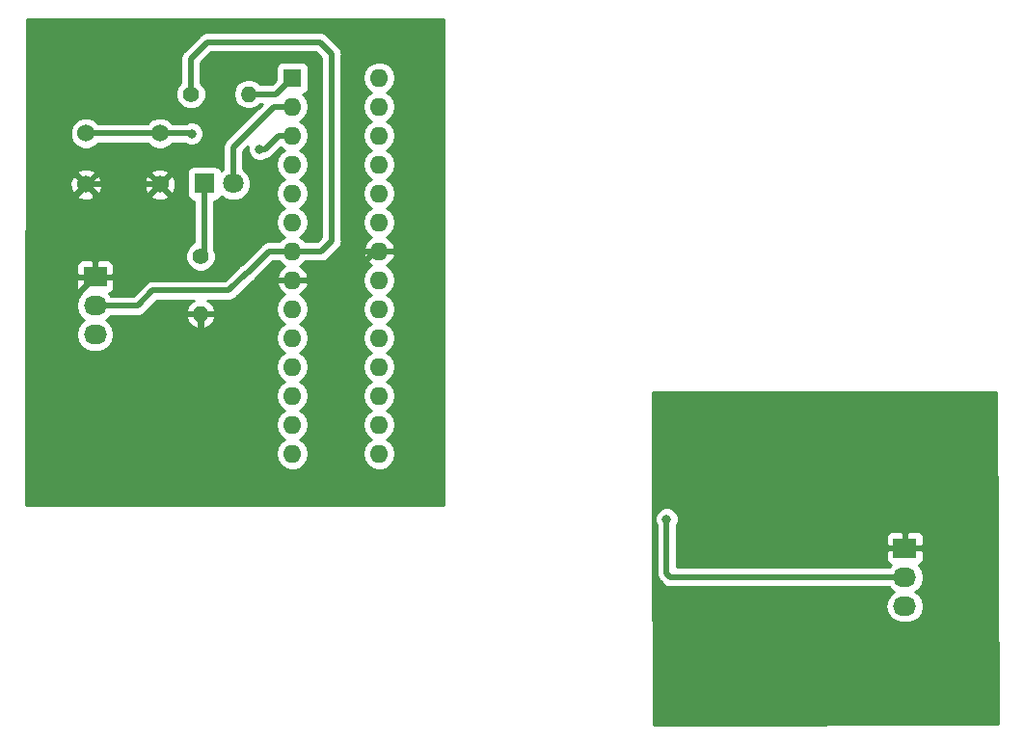
<source format=gbl>
%TF.GenerationSoftware,KiCad,Pcbnew,(5.0.0)*%
%TF.CreationDate,2018-10-04T13:43:41-06:00*%
%TF.ProjectId,contador,636F6E7461646F722E6B696361645F70,rev?*%
%TF.SameCoordinates,Original*%
%TF.FileFunction,Copper,L2,Bot,Signal*%
%TF.FilePolarity,Positive*%
%FSLAX46Y46*%
G04 Gerber Fmt 4.6, Leading zero omitted, Abs format (unit mm)*
G04 Created by KiCad (PCBNEW (5.0.0)) date 10/04/18 13:43:41*
%MOMM*%
%LPD*%
G01*
G04 APERTURE LIST*
%ADD10R,1.800000X1.800000*%
%ADD11C,1.800000*%
%ADD12R,2.030000X1.730000*%
%ADD13O,2.030000X1.730000*%
%ADD14O,1.400000X1.400000*%
%ADD15C,1.400000*%
%ADD16C,1.524000*%
%ADD17R,1.600000X1.600000*%
%ADD18O,1.600000X1.600000*%
%ADD19C,0.800000*%
%ADD20C,0.500000*%
%ADD21C,0.254000*%
G04 APERTURE END LIST*
D10*
X116900000Y-78950000D03*
D11*
X119440000Y-78950000D03*
D12*
X107300000Y-87150000D03*
D13*
X107300000Y-89690000D03*
X107300000Y-92230000D03*
X178400000Y-116080000D03*
X178400000Y-113540000D03*
D12*
X178400000Y-111000000D03*
D14*
X116575000Y-90430000D03*
D15*
X116575000Y-85350000D03*
X115700000Y-71100000D03*
D14*
X120780000Y-71100000D03*
D16*
X113000000Y-79050000D03*
X106500000Y-79050000D03*
X106500000Y-74550000D03*
X113000000Y-74550000D03*
D17*
X124625001Y-69675001D03*
D18*
X132245001Y-102695001D03*
X124625001Y-72215001D03*
X132245001Y-100155001D03*
X124625001Y-74755001D03*
X132245001Y-97615001D03*
X124625001Y-77295001D03*
X132245001Y-95075001D03*
X124625001Y-79835001D03*
X132245001Y-92535001D03*
X124625001Y-82375001D03*
X132245001Y-89995001D03*
X124625001Y-84915001D03*
X132245001Y-87455001D03*
X124625001Y-87455001D03*
X132245001Y-84915001D03*
X124625001Y-89995001D03*
X132245001Y-82375001D03*
X124625001Y-92535001D03*
X132245001Y-79835001D03*
X124625001Y-95075001D03*
X132245001Y-77295001D03*
X124625001Y-97615001D03*
X132245001Y-74755001D03*
X124625001Y-100155001D03*
X132245001Y-72215001D03*
X124625001Y-102695001D03*
X132245001Y-69675001D03*
D19*
X172900000Y-111250000D03*
X157500000Y-108450000D03*
X121750000Y-75925000D03*
X115800000Y-74575000D03*
D20*
X178400000Y-111000000D02*
X173150000Y-111000000D01*
X173150000Y-111000000D02*
X172900000Y-111250000D01*
X113000000Y-79050000D02*
X106500000Y-79050000D01*
X116575000Y-90430000D02*
X116575000Y-104375000D01*
X116575000Y-104375000D02*
X117250000Y-105050000D01*
X117250000Y-105050000D02*
X127050000Y-105050000D01*
X127050000Y-105050000D02*
X128000000Y-104100000D01*
X128000000Y-104100000D02*
X128000000Y-88775000D01*
X126680001Y-87455001D02*
X124625001Y-87455001D01*
X128000000Y-88775000D02*
X126680001Y-87455001D01*
X131859999Y-84915001D02*
X128000000Y-88775000D01*
X132245001Y-84915001D02*
X131859999Y-84915001D01*
X107300000Y-79850000D02*
X106500000Y-79050000D01*
X107300000Y-87150000D02*
X107300000Y-79850000D01*
X116575000Y-90430000D02*
X113920000Y-90430000D01*
X113920000Y-90430000D02*
X109200000Y-95150000D01*
X109200000Y-95150000D02*
X105800000Y-95150000D01*
X105800000Y-95150000D02*
X104525000Y-93875000D01*
X104525000Y-89925000D02*
X107300000Y-87150000D01*
X104525000Y-93875000D02*
X104525000Y-89925000D01*
X116900000Y-85025000D02*
X116575000Y-85350000D01*
X116900000Y-78950000D02*
X116900000Y-85025000D01*
X119440000Y-78950000D02*
X119440000Y-75760000D01*
X122984999Y-72215001D02*
X124625001Y-72215001D01*
X119440000Y-75760000D02*
X122984999Y-72215001D01*
X178400000Y-113540000D02*
X157790000Y-113540000D01*
X157790000Y-113540000D02*
X157500000Y-113250000D01*
X157500000Y-113250000D02*
X157500000Y-108450000D01*
X124625001Y-84915001D02*
X122559999Y-84915001D01*
X122559999Y-84915001D02*
X120700000Y-86775000D01*
X120700000Y-86775000D02*
X120625000Y-86775000D01*
X120625000Y-86775000D02*
X119050000Y-88350000D01*
X119050000Y-88350000D02*
X112375000Y-88350000D01*
X111035000Y-89690000D02*
X107300000Y-89690000D01*
X112375000Y-88350000D02*
X111035000Y-89690000D01*
X124625001Y-84915001D02*
X127184999Y-84915001D01*
X127184999Y-84915001D02*
X128075000Y-84025000D01*
X128075000Y-84025000D02*
X128075000Y-67575000D01*
X128075000Y-67575000D02*
X127050000Y-66550000D01*
X127050000Y-66550000D02*
X117150000Y-66550000D01*
X115700000Y-68000000D02*
X115700000Y-71100000D01*
X117150000Y-66550000D02*
X115700000Y-68000000D01*
X123200002Y-71100000D02*
X124625001Y-69675001D01*
X120780000Y-71100000D02*
X123200002Y-71100000D01*
X124625001Y-74755001D02*
X123394999Y-74755001D01*
X123394999Y-74755001D02*
X122225000Y-75925000D01*
X122225000Y-75925000D02*
X121750000Y-75925000D01*
X115775000Y-74550000D02*
X113000000Y-74550000D01*
X115800000Y-74575000D02*
X115775000Y-74550000D01*
X113000000Y-74550000D02*
X106500000Y-74550000D01*
D21*
G36*
X186622136Y-126423419D02*
X156376569Y-126522585D01*
X156314608Y-108244126D01*
X156465000Y-108244126D01*
X156465000Y-108655874D01*
X156615001Y-109018009D01*
X156615000Y-113162839D01*
X156597663Y-113250000D01*
X156615000Y-113337161D01*
X156615000Y-113337164D01*
X156666348Y-113595309D01*
X156861951Y-113888049D01*
X156935847Y-113937425D01*
X157102575Y-114104153D01*
X157151951Y-114178049D01*
X157444690Y-114373652D01*
X157702835Y-114425000D01*
X157702839Y-114425000D01*
X157790000Y-114442337D01*
X157877161Y-114425000D01*
X177037305Y-114425000D01*
X177168561Y-114621439D01*
X177450762Y-114810000D01*
X177168561Y-114998561D01*
X176837032Y-115494729D01*
X176720614Y-116080000D01*
X176837032Y-116665271D01*
X177168561Y-117161439D01*
X177664729Y-117492968D01*
X178102267Y-117580000D01*
X178697733Y-117580000D01*
X179135271Y-117492968D01*
X179631439Y-117161439D01*
X179962968Y-116665271D01*
X180079386Y-116080000D01*
X179962968Y-115494729D01*
X179631439Y-114998561D01*
X179349238Y-114810000D01*
X179631439Y-114621439D01*
X179962968Y-114125271D01*
X180079386Y-113540000D01*
X179962968Y-112954729D01*
X179633588Y-112461777D01*
X179774698Y-112403327D01*
X179953327Y-112224699D01*
X180050000Y-111991310D01*
X180050000Y-111285750D01*
X179891250Y-111127000D01*
X178527000Y-111127000D01*
X178527000Y-111147000D01*
X178273000Y-111147000D01*
X178273000Y-111127000D01*
X176908750Y-111127000D01*
X176750000Y-111285750D01*
X176750000Y-111991310D01*
X176846673Y-112224699D01*
X177025302Y-112403327D01*
X177166412Y-112461777D01*
X177037305Y-112655000D01*
X158385000Y-112655000D01*
X158385000Y-110008690D01*
X176750000Y-110008690D01*
X176750000Y-110714250D01*
X176908750Y-110873000D01*
X178273000Y-110873000D01*
X178273000Y-109658750D01*
X178527000Y-109658750D01*
X178527000Y-110873000D01*
X179891250Y-110873000D01*
X180050000Y-110714250D01*
X180050000Y-110008690D01*
X179953327Y-109775301D01*
X179774698Y-109596673D01*
X179541309Y-109500000D01*
X178685750Y-109500000D01*
X178527000Y-109658750D01*
X178273000Y-109658750D01*
X178114250Y-109500000D01*
X177258691Y-109500000D01*
X177025302Y-109596673D01*
X176846673Y-109775301D01*
X176750000Y-110008690D01*
X158385000Y-110008690D01*
X158385000Y-109018007D01*
X158535000Y-108655874D01*
X158535000Y-108244126D01*
X158377431Y-107863720D01*
X158086280Y-107572569D01*
X157705874Y-107415000D01*
X157294126Y-107415000D01*
X156913720Y-107572569D01*
X156622569Y-107863720D01*
X156465000Y-108244126D01*
X156314608Y-108244126D01*
X156277431Y-97277000D01*
X186423861Y-97277000D01*
X186622136Y-126423419D01*
X186622136Y-126423419D01*
G37*
X186622136Y-126423419D02*
X156376569Y-126522585D01*
X156314608Y-108244126D01*
X156465000Y-108244126D01*
X156465000Y-108655874D01*
X156615001Y-109018009D01*
X156615000Y-113162839D01*
X156597663Y-113250000D01*
X156615000Y-113337161D01*
X156615000Y-113337164D01*
X156666348Y-113595309D01*
X156861951Y-113888049D01*
X156935847Y-113937425D01*
X157102575Y-114104153D01*
X157151951Y-114178049D01*
X157444690Y-114373652D01*
X157702835Y-114425000D01*
X157702839Y-114425000D01*
X157790000Y-114442337D01*
X157877161Y-114425000D01*
X177037305Y-114425000D01*
X177168561Y-114621439D01*
X177450762Y-114810000D01*
X177168561Y-114998561D01*
X176837032Y-115494729D01*
X176720614Y-116080000D01*
X176837032Y-116665271D01*
X177168561Y-117161439D01*
X177664729Y-117492968D01*
X178102267Y-117580000D01*
X178697733Y-117580000D01*
X179135271Y-117492968D01*
X179631439Y-117161439D01*
X179962968Y-116665271D01*
X180079386Y-116080000D01*
X179962968Y-115494729D01*
X179631439Y-114998561D01*
X179349238Y-114810000D01*
X179631439Y-114621439D01*
X179962968Y-114125271D01*
X180079386Y-113540000D01*
X179962968Y-112954729D01*
X179633588Y-112461777D01*
X179774698Y-112403327D01*
X179953327Y-112224699D01*
X180050000Y-111991310D01*
X180050000Y-111285750D01*
X179891250Y-111127000D01*
X178527000Y-111127000D01*
X178527000Y-111147000D01*
X178273000Y-111147000D01*
X178273000Y-111127000D01*
X176908750Y-111127000D01*
X176750000Y-111285750D01*
X176750000Y-111991310D01*
X176846673Y-112224699D01*
X177025302Y-112403327D01*
X177166412Y-112461777D01*
X177037305Y-112655000D01*
X158385000Y-112655000D01*
X158385000Y-110008690D01*
X176750000Y-110008690D01*
X176750000Y-110714250D01*
X176908750Y-110873000D01*
X178273000Y-110873000D01*
X178273000Y-109658750D01*
X178527000Y-109658750D01*
X178527000Y-110873000D01*
X179891250Y-110873000D01*
X180050000Y-110714250D01*
X180050000Y-110008690D01*
X179953327Y-109775301D01*
X179774698Y-109596673D01*
X179541309Y-109500000D01*
X178685750Y-109500000D01*
X178527000Y-109658750D01*
X178273000Y-109658750D01*
X178114250Y-109500000D01*
X177258691Y-109500000D01*
X177025302Y-109596673D01*
X176846673Y-109775301D01*
X176750000Y-110008690D01*
X158385000Y-110008690D01*
X158385000Y-109018007D01*
X158535000Y-108655874D01*
X158535000Y-108244126D01*
X158377431Y-107863720D01*
X158086280Y-107572569D01*
X157705874Y-107415000D01*
X157294126Y-107415000D01*
X156913720Y-107572569D01*
X156622569Y-107863720D01*
X156465000Y-108244126D01*
X156314608Y-108244126D01*
X156277431Y-97277000D01*
X186423861Y-97277000D01*
X186622136Y-126423419D01*
G36*
X137873000Y-107248000D02*
X101227296Y-107248000D01*
X101268152Y-89690000D01*
X105620614Y-89690000D01*
X105737032Y-90275271D01*
X106068561Y-90771439D01*
X106350762Y-90960000D01*
X106068561Y-91148561D01*
X105737032Y-91644729D01*
X105620614Y-92230000D01*
X105737032Y-92815271D01*
X106068561Y-93311439D01*
X106564729Y-93642968D01*
X107002267Y-93730000D01*
X107597733Y-93730000D01*
X108035271Y-93642968D01*
X108531439Y-93311439D01*
X108862968Y-92815271D01*
X108979386Y-92230000D01*
X108862968Y-91644729D01*
X108531439Y-91148561D01*
X108249238Y-90960000D01*
X108531439Y-90771439D01*
X108536856Y-90763331D01*
X115282273Y-90763331D01*
X115508236Y-91232663D01*
X115896604Y-91579797D01*
X116241671Y-91722716D01*
X116448000Y-91599374D01*
X116448000Y-90557000D01*
X116702000Y-90557000D01*
X116702000Y-91599374D01*
X116908329Y-91722716D01*
X117253396Y-91579797D01*
X117641764Y-91232663D01*
X117867727Y-90763331D01*
X117745206Y-90557000D01*
X116702000Y-90557000D01*
X116448000Y-90557000D01*
X115404794Y-90557000D01*
X115282273Y-90763331D01*
X108536856Y-90763331D01*
X108662695Y-90575000D01*
X110947839Y-90575000D01*
X111035000Y-90592337D01*
X111122161Y-90575000D01*
X111122165Y-90575000D01*
X111380310Y-90523652D01*
X111673049Y-90328049D01*
X111722425Y-90254153D01*
X112741579Y-89235000D01*
X116005743Y-89235000D01*
X115896604Y-89280203D01*
X115508236Y-89627337D01*
X115282273Y-90096669D01*
X115404794Y-90303000D01*
X116448000Y-90303000D01*
X116448000Y-90283000D01*
X116702000Y-90283000D01*
X116702000Y-90303000D01*
X117745206Y-90303000D01*
X117867727Y-90096669D01*
X117818779Y-89995001D01*
X123161888Y-89995001D01*
X123273261Y-90554910D01*
X123590424Y-91029578D01*
X123942759Y-91265001D01*
X123590424Y-91500424D01*
X123273261Y-91975092D01*
X123161888Y-92535001D01*
X123273261Y-93094910D01*
X123590424Y-93569578D01*
X123942759Y-93805001D01*
X123590424Y-94040424D01*
X123273261Y-94515092D01*
X123161888Y-95075001D01*
X123273261Y-95634910D01*
X123590424Y-96109578D01*
X123942759Y-96345001D01*
X123590424Y-96580424D01*
X123273261Y-97055092D01*
X123161888Y-97615001D01*
X123273261Y-98174910D01*
X123590424Y-98649578D01*
X123942759Y-98885001D01*
X123590424Y-99120424D01*
X123273261Y-99595092D01*
X123161888Y-100155001D01*
X123273261Y-100714910D01*
X123590424Y-101189578D01*
X123942759Y-101425001D01*
X123590424Y-101660424D01*
X123273261Y-102135092D01*
X123161888Y-102695001D01*
X123273261Y-103254910D01*
X123590424Y-103729578D01*
X124065092Y-104046741D01*
X124483668Y-104130001D01*
X124766334Y-104130001D01*
X125184910Y-104046741D01*
X125659578Y-103729578D01*
X125976741Y-103254910D01*
X126088114Y-102695001D01*
X125976741Y-102135092D01*
X125659578Y-101660424D01*
X125307243Y-101425001D01*
X125659578Y-101189578D01*
X125976741Y-100714910D01*
X126088114Y-100155001D01*
X125976741Y-99595092D01*
X125659578Y-99120424D01*
X125307243Y-98885001D01*
X125659578Y-98649578D01*
X125976741Y-98174910D01*
X126088114Y-97615001D01*
X125976741Y-97055092D01*
X125659578Y-96580424D01*
X125307243Y-96345001D01*
X125659578Y-96109578D01*
X125976741Y-95634910D01*
X126088114Y-95075001D01*
X125976741Y-94515092D01*
X125659578Y-94040424D01*
X125307243Y-93805001D01*
X125659578Y-93569578D01*
X125976741Y-93094910D01*
X126088114Y-92535001D01*
X125976741Y-91975092D01*
X125659578Y-91500424D01*
X125307243Y-91265001D01*
X125659578Y-91029578D01*
X125976741Y-90554910D01*
X126088114Y-89995001D01*
X125976741Y-89435092D01*
X125659578Y-88960424D01*
X125275893Y-88704054D01*
X125480135Y-88607390D01*
X125856042Y-88192424D01*
X126016905Y-87804040D01*
X125894916Y-87582001D01*
X124752001Y-87582001D01*
X124752001Y-87602001D01*
X124498001Y-87602001D01*
X124498001Y-87582001D01*
X123355086Y-87582001D01*
X123233097Y-87804040D01*
X123393960Y-88192424D01*
X123769867Y-88607390D01*
X123974109Y-88704054D01*
X123590424Y-88960424D01*
X123273261Y-89435092D01*
X123161888Y-89995001D01*
X117818779Y-89995001D01*
X117641764Y-89627337D01*
X117253396Y-89280203D01*
X117144257Y-89235000D01*
X118962839Y-89235000D01*
X119050000Y-89252337D01*
X119137161Y-89235000D01*
X119137165Y-89235000D01*
X119395310Y-89183652D01*
X119688049Y-88988049D01*
X119737425Y-88914153D01*
X121042335Y-87609244D01*
X121045310Y-87608652D01*
X121275263Y-87455001D01*
X130781888Y-87455001D01*
X130893261Y-88014910D01*
X131210424Y-88489578D01*
X131562759Y-88725001D01*
X131210424Y-88960424D01*
X130893261Y-89435092D01*
X130781888Y-89995001D01*
X130893261Y-90554910D01*
X131210424Y-91029578D01*
X131562759Y-91265001D01*
X131210424Y-91500424D01*
X130893261Y-91975092D01*
X130781888Y-92535001D01*
X130893261Y-93094910D01*
X131210424Y-93569578D01*
X131562759Y-93805001D01*
X131210424Y-94040424D01*
X130893261Y-94515092D01*
X130781888Y-95075001D01*
X130893261Y-95634910D01*
X131210424Y-96109578D01*
X131562759Y-96345001D01*
X131210424Y-96580424D01*
X130893261Y-97055092D01*
X130781888Y-97615001D01*
X130893261Y-98174910D01*
X131210424Y-98649578D01*
X131562759Y-98885001D01*
X131210424Y-99120424D01*
X130893261Y-99595092D01*
X130781888Y-100155001D01*
X130893261Y-100714910D01*
X131210424Y-101189578D01*
X131562759Y-101425001D01*
X131210424Y-101660424D01*
X130893261Y-102135092D01*
X130781888Y-102695001D01*
X130893261Y-103254910D01*
X131210424Y-103729578D01*
X131685092Y-104046741D01*
X132103668Y-104130001D01*
X132386334Y-104130001D01*
X132804910Y-104046741D01*
X133279578Y-103729578D01*
X133596741Y-103254910D01*
X133708114Y-102695001D01*
X133596741Y-102135092D01*
X133279578Y-101660424D01*
X132927243Y-101425001D01*
X133279578Y-101189578D01*
X133596741Y-100714910D01*
X133708114Y-100155001D01*
X133596741Y-99595092D01*
X133279578Y-99120424D01*
X132927243Y-98885001D01*
X133279578Y-98649578D01*
X133596741Y-98174910D01*
X133708114Y-97615001D01*
X133596741Y-97055092D01*
X133279578Y-96580424D01*
X132927243Y-96345001D01*
X133279578Y-96109578D01*
X133596741Y-95634910D01*
X133708114Y-95075001D01*
X133596741Y-94515092D01*
X133279578Y-94040424D01*
X132927243Y-93805001D01*
X133279578Y-93569578D01*
X133596741Y-93094910D01*
X133708114Y-92535001D01*
X133596741Y-91975092D01*
X133279578Y-91500424D01*
X132927243Y-91265001D01*
X133279578Y-91029578D01*
X133596741Y-90554910D01*
X133708114Y-89995001D01*
X133596741Y-89435092D01*
X133279578Y-88960424D01*
X132927243Y-88725001D01*
X133279578Y-88489578D01*
X133596741Y-88014910D01*
X133708114Y-87455001D01*
X133596741Y-86895092D01*
X133279578Y-86420424D01*
X132895893Y-86164054D01*
X133100135Y-86067390D01*
X133476042Y-85652424D01*
X133636905Y-85264040D01*
X133514916Y-85042001D01*
X132372001Y-85042001D01*
X132372001Y-85062001D01*
X132118001Y-85062001D01*
X132118001Y-85042001D01*
X130975086Y-85042001D01*
X130853097Y-85264040D01*
X131013960Y-85652424D01*
X131389867Y-86067390D01*
X131594109Y-86164054D01*
X131210424Y-86420424D01*
X130893261Y-86895092D01*
X130781888Y-87455001D01*
X121275263Y-87455001D01*
X121338049Y-87413049D01*
X121387425Y-87339153D01*
X122926578Y-85800001D01*
X123490480Y-85800001D01*
X123590424Y-85949578D01*
X123974109Y-86205948D01*
X123769867Y-86302612D01*
X123393960Y-86717578D01*
X123233097Y-87105962D01*
X123355086Y-87328001D01*
X124498001Y-87328001D01*
X124498001Y-87308001D01*
X124752001Y-87308001D01*
X124752001Y-87328001D01*
X125894916Y-87328001D01*
X126016905Y-87105962D01*
X125856042Y-86717578D01*
X125480135Y-86302612D01*
X125275893Y-86205948D01*
X125659578Y-85949578D01*
X125759522Y-85800001D01*
X127097838Y-85800001D01*
X127184999Y-85817338D01*
X127272160Y-85800001D01*
X127272164Y-85800001D01*
X127530309Y-85748653D01*
X127823048Y-85553050D01*
X127872424Y-85479154D01*
X128639156Y-84712423D01*
X128713049Y-84663049D01*
X128775429Y-84569692D01*
X128836615Y-84478120D01*
X128908652Y-84370310D01*
X128960000Y-84112165D01*
X128960000Y-84112161D01*
X128977337Y-84025001D01*
X128960000Y-83937841D01*
X128960000Y-69675001D01*
X130781888Y-69675001D01*
X130893261Y-70234910D01*
X131210424Y-70709578D01*
X131562759Y-70945001D01*
X131210424Y-71180424D01*
X130893261Y-71655092D01*
X130781888Y-72215001D01*
X130893261Y-72774910D01*
X131210424Y-73249578D01*
X131562759Y-73485001D01*
X131210424Y-73720424D01*
X130893261Y-74195092D01*
X130781888Y-74755001D01*
X130893261Y-75314910D01*
X131210424Y-75789578D01*
X131562759Y-76025001D01*
X131210424Y-76260424D01*
X130893261Y-76735092D01*
X130781888Y-77295001D01*
X130893261Y-77854910D01*
X131210424Y-78329578D01*
X131562759Y-78565001D01*
X131210424Y-78800424D01*
X130893261Y-79275092D01*
X130781888Y-79835001D01*
X130893261Y-80394910D01*
X131210424Y-80869578D01*
X131562759Y-81105001D01*
X131210424Y-81340424D01*
X130893261Y-81815092D01*
X130781888Y-82375001D01*
X130893261Y-82934910D01*
X131210424Y-83409578D01*
X131594109Y-83665948D01*
X131389867Y-83762612D01*
X131013960Y-84177578D01*
X130853097Y-84565962D01*
X130975086Y-84788001D01*
X132118001Y-84788001D01*
X132118001Y-84768001D01*
X132372001Y-84768001D01*
X132372001Y-84788001D01*
X133514916Y-84788001D01*
X133636905Y-84565962D01*
X133476042Y-84177578D01*
X133100135Y-83762612D01*
X132895893Y-83665948D01*
X133279578Y-83409578D01*
X133596741Y-82934910D01*
X133708114Y-82375001D01*
X133596741Y-81815092D01*
X133279578Y-81340424D01*
X132927243Y-81105001D01*
X133279578Y-80869578D01*
X133596741Y-80394910D01*
X133708114Y-79835001D01*
X133596741Y-79275092D01*
X133279578Y-78800424D01*
X132927243Y-78565001D01*
X133279578Y-78329578D01*
X133596741Y-77854910D01*
X133708114Y-77295001D01*
X133596741Y-76735092D01*
X133279578Y-76260424D01*
X132927243Y-76025001D01*
X133279578Y-75789578D01*
X133596741Y-75314910D01*
X133708114Y-74755001D01*
X133596741Y-74195092D01*
X133279578Y-73720424D01*
X132927243Y-73485001D01*
X133279578Y-73249578D01*
X133596741Y-72774910D01*
X133708114Y-72215001D01*
X133596741Y-71655092D01*
X133279578Y-71180424D01*
X132927243Y-70945001D01*
X133279578Y-70709578D01*
X133596741Y-70234910D01*
X133708114Y-69675001D01*
X133596741Y-69115092D01*
X133279578Y-68640424D01*
X132804910Y-68323261D01*
X132386334Y-68240001D01*
X132103668Y-68240001D01*
X131685092Y-68323261D01*
X131210424Y-68640424D01*
X130893261Y-69115092D01*
X130781888Y-69675001D01*
X128960000Y-69675001D01*
X128960000Y-67662161D01*
X128977337Y-67575000D01*
X128960000Y-67487839D01*
X128960000Y-67487835D01*
X128908652Y-67229690D01*
X128713049Y-66936951D01*
X128639156Y-66887577D01*
X127737425Y-65985847D01*
X127688049Y-65911951D01*
X127395310Y-65716348D01*
X127137165Y-65665000D01*
X127137161Y-65665000D01*
X127050000Y-65647663D01*
X126962839Y-65665000D01*
X117237161Y-65665000D01*
X117150000Y-65647663D01*
X117062839Y-65665000D01*
X117062835Y-65665000D01*
X116804690Y-65716348D01*
X116585845Y-65862576D01*
X116585844Y-65862577D01*
X116511951Y-65911951D01*
X116462577Y-65985844D01*
X115135847Y-67312575D01*
X115061951Y-67361951D01*
X114866348Y-67654691D01*
X114815000Y-67912836D01*
X114815000Y-67912839D01*
X114797663Y-68000000D01*
X114815000Y-68087161D01*
X114815001Y-70097024D01*
X114568242Y-70343783D01*
X114365000Y-70834452D01*
X114365000Y-71365548D01*
X114568242Y-71856217D01*
X114943783Y-72231758D01*
X115434452Y-72435000D01*
X115965548Y-72435000D01*
X116456217Y-72231758D01*
X116831758Y-71856217D01*
X117035000Y-71365548D01*
X117035000Y-70834452D01*
X116831758Y-70343783D01*
X116585000Y-70097025D01*
X116585000Y-68366578D01*
X117516579Y-67435000D01*
X126683422Y-67435000D01*
X127190001Y-67941580D01*
X127190000Y-83658421D01*
X126818421Y-84030001D01*
X125759522Y-84030001D01*
X125659578Y-83880424D01*
X125307243Y-83645001D01*
X125659578Y-83409578D01*
X125976741Y-82934910D01*
X126088114Y-82375001D01*
X125976741Y-81815092D01*
X125659578Y-81340424D01*
X125307243Y-81105001D01*
X125659578Y-80869578D01*
X125976741Y-80394910D01*
X126088114Y-79835001D01*
X125976741Y-79275092D01*
X125659578Y-78800424D01*
X125307243Y-78565001D01*
X125659578Y-78329578D01*
X125976741Y-77854910D01*
X126088114Y-77295001D01*
X125976741Y-76735092D01*
X125659578Y-76260424D01*
X125307243Y-76025001D01*
X125659578Y-75789578D01*
X125976741Y-75314910D01*
X126088114Y-74755001D01*
X125976741Y-74195092D01*
X125659578Y-73720424D01*
X125307243Y-73485001D01*
X125659578Y-73249578D01*
X125976741Y-72774910D01*
X126088114Y-72215001D01*
X125976741Y-71655092D01*
X125659578Y-71180424D01*
X125538895Y-71099786D01*
X125672766Y-71073158D01*
X125882810Y-70932810D01*
X126023158Y-70722766D01*
X126072441Y-70475001D01*
X126072441Y-68875001D01*
X126023158Y-68627236D01*
X125882810Y-68417192D01*
X125672766Y-68276844D01*
X125425001Y-68227561D01*
X123825001Y-68227561D01*
X123577236Y-68276844D01*
X123367192Y-68417192D01*
X123226844Y-68627236D01*
X123177561Y-68875001D01*
X123177561Y-69870863D01*
X122833424Y-70215000D01*
X121794252Y-70215000D01*
X121742481Y-70137519D01*
X121300891Y-69842458D01*
X120911485Y-69765000D01*
X120648515Y-69765000D01*
X120259109Y-69842458D01*
X119817519Y-70137519D01*
X119522458Y-70579109D01*
X119418846Y-71100000D01*
X119522458Y-71620891D01*
X119817519Y-72062481D01*
X120259109Y-72357542D01*
X120648515Y-72435000D01*
X120911485Y-72435000D01*
X121300891Y-72357542D01*
X121742481Y-72062481D01*
X121794252Y-71985000D01*
X121963421Y-71985000D01*
X118875845Y-75072577D01*
X118801952Y-75121951D01*
X118752578Y-75195844D01*
X118752576Y-75195846D01*
X118606348Y-75414691D01*
X118537663Y-75760000D01*
X118555001Y-75847165D01*
X118555000Y-77664183D01*
X118401275Y-77817908D01*
X118398157Y-77802235D01*
X118257809Y-77592191D01*
X118047765Y-77451843D01*
X117800000Y-77402560D01*
X116000000Y-77402560D01*
X115752235Y-77451843D01*
X115542191Y-77592191D01*
X115401843Y-77802235D01*
X115352560Y-78050000D01*
X115352560Y-79850000D01*
X115401843Y-80097765D01*
X115542191Y-80307809D01*
X115752235Y-80448157D01*
X116000000Y-80497440D01*
X116015000Y-80497440D01*
X116015001Y-84136966D01*
X115818783Y-84218242D01*
X115443242Y-84593783D01*
X115240000Y-85084452D01*
X115240000Y-85615548D01*
X115443242Y-86106217D01*
X115818783Y-86481758D01*
X116309452Y-86685000D01*
X116840548Y-86685000D01*
X117331217Y-86481758D01*
X117706758Y-86106217D01*
X117910000Y-85615548D01*
X117910000Y-85084452D01*
X117785000Y-84782676D01*
X117785000Y-80497440D01*
X117800000Y-80497440D01*
X118047765Y-80448157D01*
X118257809Y-80307809D01*
X118398157Y-80097765D01*
X118401275Y-80082092D01*
X118570493Y-80251310D01*
X119134670Y-80485000D01*
X119745330Y-80485000D01*
X120309507Y-80251310D01*
X120741310Y-79819507D01*
X120975000Y-79255330D01*
X120975000Y-78644670D01*
X120741310Y-78080493D01*
X120325000Y-77664183D01*
X120325000Y-76126578D01*
X120715000Y-75736578D01*
X120715000Y-76130874D01*
X120872569Y-76511280D01*
X121163720Y-76802431D01*
X121544126Y-76960000D01*
X121955874Y-76960000D01*
X122323404Y-76807764D01*
X122570310Y-76758652D01*
X122863049Y-76563049D01*
X122912425Y-76489153D01*
X123603358Y-75798220D01*
X123942759Y-76025001D01*
X123590424Y-76260424D01*
X123273261Y-76735092D01*
X123161888Y-77295001D01*
X123273261Y-77854910D01*
X123590424Y-78329578D01*
X123942759Y-78565001D01*
X123590424Y-78800424D01*
X123273261Y-79275092D01*
X123161888Y-79835001D01*
X123273261Y-80394910D01*
X123590424Y-80869578D01*
X123942759Y-81105001D01*
X123590424Y-81340424D01*
X123273261Y-81815092D01*
X123161888Y-82375001D01*
X123273261Y-82934910D01*
X123590424Y-83409578D01*
X123942759Y-83645001D01*
X123590424Y-83880424D01*
X123490480Y-84030001D01*
X122647160Y-84030001D01*
X122559999Y-84012664D01*
X122472838Y-84030001D01*
X122472834Y-84030001D01*
X122214689Y-84081349D01*
X121995844Y-84227577D01*
X121995843Y-84227578D01*
X121921950Y-84276952D01*
X121872576Y-84350845D01*
X120282666Y-85940756D01*
X120279690Y-85941348D01*
X120171880Y-86013385D01*
X120060845Y-86087576D01*
X120060844Y-86087577D01*
X119986951Y-86136951D01*
X119937577Y-86210844D01*
X118683422Y-87465000D01*
X112462159Y-87465000D01*
X112374999Y-87447663D01*
X112287839Y-87465000D01*
X112287835Y-87465000D01*
X112029690Y-87516348D01*
X112029688Y-87516349D01*
X112029689Y-87516349D01*
X111810845Y-87662576D01*
X111810844Y-87662577D01*
X111736951Y-87711951D01*
X111687577Y-87785844D01*
X110668422Y-88805000D01*
X108662695Y-88805000D01*
X108533588Y-88611777D01*
X108674698Y-88553327D01*
X108853327Y-88374699D01*
X108950000Y-88141310D01*
X108950000Y-87435750D01*
X108791250Y-87277000D01*
X107427000Y-87277000D01*
X107427000Y-87297000D01*
X107173000Y-87297000D01*
X107173000Y-87277000D01*
X105808750Y-87277000D01*
X105650000Y-87435750D01*
X105650000Y-88141310D01*
X105746673Y-88374699D01*
X105925302Y-88553327D01*
X106066412Y-88611777D01*
X105737032Y-89104729D01*
X105620614Y-89690000D01*
X101268152Y-89690000D01*
X101276369Y-86158690D01*
X105650000Y-86158690D01*
X105650000Y-86864250D01*
X105808750Y-87023000D01*
X107173000Y-87023000D01*
X107173000Y-85808750D01*
X107427000Y-85808750D01*
X107427000Y-87023000D01*
X108791250Y-87023000D01*
X108950000Y-86864250D01*
X108950000Y-86158690D01*
X108853327Y-85925301D01*
X108674698Y-85746673D01*
X108441309Y-85650000D01*
X107585750Y-85650000D01*
X107427000Y-85808750D01*
X107173000Y-85808750D01*
X107014250Y-85650000D01*
X106158691Y-85650000D01*
X105925302Y-85746673D01*
X105746673Y-85925301D01*
X105650000Y-86158690D01*
X101276369Y-86158690D01*
X101290629Y-80030213D01*
X105699392Y-80030213D01*
X105768857Y-80272397D01*
X106292302Y-80459144D01*
X106847368Y-80431362D01*
X107231143Y-80272397D01*
X107300608Y-80030213D01*
X112199392Y-80030213D01*
X112268857Y-80272397D01*
X112792302Y-80459144D01*
X113347368Y-80431362D01*
X113731143Y-80272397D01*
X113800608Y-80030213D01*
X113000000Y-79229605D01*
X112199392Y-80030213D01*
X107300608Y-80030213D01*
X106500000Y-79229605D01*
X105699392Y-80030213D01*
X101290629Y-80030213D01*
X101293394Y-78842302D01*
X105090856Y-78842302D01*
X105118638Y-79397368D01*
X105277603Y-79781143D01*
X105519787Y-79850608D01*
X106320395Y-79050000D01*
X106679605Y-79050000D01*
X107480213Y-79850608D01*
X107722397Y-79781143D01*
X107909144Y-79257698D01*
X107888353Y-78842302D01*
X111590856Y-78842302D01*
X111618638Y-79397368D01*
X111777603Y-79781143D01*
X112019787Y-79850608D01*
X112820395Y-79050000D01*
X113179605Y-79050000D01*
X113980213Y-79850608D01*
X114222397Y-79781143D01*
X114409144Y-79257698D01*
X114381362Y-78702632D01*
X114222397Y-78318857D01*
X113980213Y-78249392D01*
X113179605Y-79050000D01*
X112820395Y-79050000D01*
X112019787Y-78249392D01*
X111777603Y-78318857D01*
X111590856Y-78842302D01*
X107888353Y-78842302D01*
X107881362Y-78702632D01*
X107722397Y-78318857D01*
X107480213Y-78249392D01*
X106679605Y-79050000D01*
X106320395Y-79050000D01*
X105519787Y-78249392D01*
X105277603Y-78318857D01*
X105090856Y-78842302D01*
X101293394Y-78842302D01*
X101295191Y-78069787D01*
X105699392Y-78069787D01*
X106500000Y-78870395D01*
X107300608Y-78069787D01*
X112199392Y-78069787D01*
X113000000Y-78870395D01*
X113800608Y-78069787D01*
X113731143Y-77827603D01*
X113207698Y-77640856D01*
X112652632Y-77668638D01*
X112268857Y-77827603D01*
X112199392Y-78069787D01*
X107300608Y-78069787D01*
X107231143Y-77827603D01*
X106707698Y-77640856D01*
X106152632Y-77668638D01*
X105768857Y-77827603D01*
X105699392Y-78069787D01*
X101295191Y-78069787D01*
X101304028Y-74272119D01*
X105103000Y-74272119D01*
X105103000Y-74827881D01*
X105315680Y-75341337D01*
X105708663Y-75734320D01*
X106222119Y-75947000D01*
X106777881Y-75947000D01*
X107291337Y-75734320D01*
X107590657Y-75435000D01*
X111909343Y-75435000D01*
X112208663Y-75734320D01*
X112722119Y-75947000D01*
X113277881Y-75947000D01*
X113791337Y-75734320D01*
X114090657Y-75435000D01*
X115196289Y-75435000D01*
X115213720Y-75452431D01*
X115594126Y-75610000D01*
X116005874Y-75610000D01*
X116386280Y-75452431D01*
X116677431Y-75161280D01*
X116835000Y-74780874D01*
X116835000Y-74369126D01*
X116677431Y-73988720D01*
X116386280Y-73697569D01*
X116005874Y-73540000D01*
X115594126Y-73540000D01*
X115292349Y-73665000D01*
X114090657Y-73665000D01*
X113791337Y-73365680D01*
X113277881Y-73153000D01*
X112722119Y-73153000D01*
X112208663Y-73365680D01*
X111909343Y-73665000D01*
X107590657Y-73665000D01*
X107291337Y-73365680D01*
X106777881Y-73153000D01*
X106222119Y-73153000D01*
X105708663Y-73365680D01*
X105315680Y-73758663D01*
X105103000Y-74272119D01*
X101304028Y-74272119D01*
X101326705Y-64527000D01*
X137873000Y-64527000D01*
X137873000Y-107248000D01*
X137873000Y-107248000D01*
G37*
X137873000Y-107248000D02*
X101227296Y-107248000D01*
X101268152Y-89690000D01*
X105620614Y-89690000D01*
X105737032Y-90275271D01*
X106068561Y-90771439D01*
X106350762Y-90960000D01*
X106068561Y-91148561D01*
X105737032Y-91644729D01*
X105620614Y-92230000D01*
X105737032Y-92815271D01*
X106068561Y-93311439D01*
X106564729Y-93642968D01*
X107002267Y-93730000D01*
X107597733Y-93730000D01*
X108035271Y-93642968D01*
X108531439Y-93311439D01*
X108862968Y-92815271D01*
X108979386Y-92230000D01*
X108862968Y-91644729D01*
X108531439Y-91148561D01*
X108249238Y-90960000D01*
X108531439Y-90771439D01*
X108536856Y-90763331D01*
X115282273Y-90763331D01*
X115508236Y-91232663D01*
X115896604Y-91579797D01*
X116241671Y-91722716D01*
X116448000Y-91599374D01*
X116448000Y-90557000D01*
X116702000Y-90557000D01*
X116702000Y-91599374D01*
X116908329Y-91722716D01*
X117253396Y-91579797D01*
X117641764Y-91232663D01*
X117867727Y-90763331D01*
X117745206Y-90557000D01*
X116702000Y-90557000D01*
X116448000Y-90557000D01*
X115404794Y-90557000D01*
X115282273Y-90763331D01*
X108536856Y-90763331D01*
X108662695Y-90575000D01*
X110947839Y-90575000D01*
X111035000Y-90592337D01*
X111122161Y-90575000D01*
X111122165Y-90575000D01*
X111380310Y-90523652D01*
X111673049Y-90328049D01*
X111722425Y-90254153D01*
X112741579Y-89235000D01*
X116005743Y-89235000D01*
X115896604Y-89280203D01*
X115508236Y-89627337D01*
X115282273Y-90096669D01*
X115404794Y-90303000D01*
X116448000Y-90303000D01*
X116448000Y-90283000D01*
X116702000Y-90283000D01*
X116702000Y-90303000D01*
X117745206Y-90303000D01*
X117867727Y-90096669D01*
X117818779Y-89995001D01*
X123161888Y-89995001D01*
X123273261Y-90554910D01*
X123590424Y-91029578D01*
X123942759Y-91265001D01*
X123590424Y-91500424D01*
X123273261Y-91975092D01*
X123161888Y-92535001D01*
X123273261Y-93094910D01*
X123590424Y-93569578D01*
X123942759Y-93805001D01*
X123590424Y-94040424D01*
X123273261Y-94515092D01*
X123161888Y-95075001D01*
X123273261Y-95634910D01*
X123590424Y-96109578D01*
X123942759Y-96345001D01*
X123590424Y-96580424D01*
X123273261Y-97055092D01*
X123161888Y-97615001D01*
X123273261Y-98174910D01*
X123590424Y-98649578D01*
X123942759Y-98885001D01*
X123590424Y-99120424D01*
X123273261Y-99595092D01*
X123161888Y-100155001D01*
X123273261Y-100714910D01*
X123590424Y-101189578D01*
X123942759Y-101425001D01*
X123590424Y-101660424D01*
X123273261Y-102135092D01*
X123161888Y-102695001D01*
X123273261Y-103254910D01*
X123590424Y-103729578D01*
X124065092Y-104046741D01*
X124483668Y-104130001D01*
X124766334Y-104130001D01*
X125184910Y-104046741D01*
X125659578Y-103729578D01*
X125976741Y-103254910D01*
X126088114Y-102695001D01*
X125976741Y-102135092D01*
X125659578Y-101660424D01*
X125307243Y-101425001D01*
X125659578Y-101189578D01*
X125976741Y-100714910D01*
X126088114Y-100155001D01*
X125976741Y-99595092D01*
X125659578Y-99120424D01*
X125307243Y-98885001D01*
X125659578Y-98649578D01*
X125976741Y-98174910D01*
X126088114Y-97615001D01*
X125976741Y-97055092D01*
X125659578Y-96580424D01*
X125307243Y-96345001D01*
X125659578Y-96109578D01*
X125976741Y-95634910D01*
X126088114Y-95075001D01*
X125976741Y-94515092D01*
X125659578Y-94040424D01*
X125307243Y-93805001D01*
X125659578Y-93569578D01*
X125976741Y-93094910D01*
X126088114Y-92535001D01*
X125976741Y-91975092D01*
X125659578Y-91500424D01*
X125307243Y-91265001D01*
X125659578Y-91029578D01*
X125976741Y-90554910D01*
X126088114Y-89995001D01*
X125976741Y-89435092D01*
X125659578Y-88960424D01*
X125275893Y-88704054D01*
X125480135Y-88607390D01*
X125856042Y-88192424D01*
X126016905Y-87804040D01*
X125894916Y-87582001D01*
X124752001Y-87582001D01*
X124752001Y-87602001D01*
X124498001Y-87602001D01*
X124498001Y-87582001D01*
X123355086Y-87582001D01*
X123233097Y-87804040D01*
X123393960Y-88192424D01*
X123769867Y-88607390D01*
X123974109Y-88704054D01*
X123590424Y-88960424D01*
X123273261Y-89435092D01*
X123161888Y-89995001D01*
X117818779Y-89995001D01*
X117641764Y-89627337D01*
X117253396Y-89280203D01*
X117144257Y-89235000D01*
X118962839Y-89235000D01*
X119050000Y-89252337D01*
X119137161Y-89235000D01*
X119137165Y-89235000D01*
X119395310Y-89183652D01*
X119688049Y-88988049D01*
X119737425Y-88914153D01*
X121042335Y-87609244D01*
X121045310Y-87608652D01*
X121275263Y-87455001D01*
X130781888Y-87455001D01*
X130893261Y-88014910D01*
X131210424Y-88489578D01*
X131562759Y-88725001D01*
X131210424Y-88960424D01*
X130893261Y-89435092D01*
X130781888Y-89995001D01*
X130893261Y-90554910D01*
X131210424Y-91029578D01*
X131562759Y-91265001D01*
X131210424Y-91500424D01*
X130893261Y-91975092D01*
X130781888Y-92535001D01*
X130893261Y-93094910D01*
X131210424Y-93569578D01*
X131562759Y-93805001D01*
X131210424Y-94040424D01*
X130893261Y-94515092D01*
X130781888Y-95075001D01*
X130893261Y-95634910D01*
X131210424Y-96109578D01*
X131562759Y-96345001D01*
X131210424Y-96580424D01*
X130893261Y-97055092D01*
X130781888Y-97615001D01*
X130893261Y-98174910D01*
X131210424Y-98649578D01*
X131562759Y-98885001D01*
X131210424Y-99120424D01*
X130893261Y-99595092D01*
X130781888Y-100155001D01*
X130893261Y-100714910D01*
X131210424Y-101189578D01*
X131562759Y-101425001D01*
X131210424Y-101660424D01*
X130893261Y-102135092D01*
X130781888Y-102695001D01*
X130893261Y-103254910D01*
X131210424Y-103729578D01*
X131685092Y-104046741D01*
X132103668Y-104130001D01*
X132386334Y-104130001D01*
X132804910Y-104046741D01*
X133279578Y-103729578D01*
X133596741Y-103254910D01*
X133708114Y-102695001D01*
X133596741Y-102135092D01*
X133279578Y-101660424D01*
X132927243Y-101425001D01*
X133279578Y-101189578D01*
X133596741Y-100714910D01*
X133708114Y-100155001D01*
X133596741Y-99595092D01*
X133279578Y-99120424D01*
X132927243Y-98885001D01*
X133279578Y-98649578D01*
X133596741Y-98174910D01*
X133708114Y-97615001D01*
X133596741Y-97055092D01*
X133279578Y-96580424D01*
X132927243Y-96345001D01*
X133279578Y-96109578D01*
X133596741Y-95634910D01*
X133708114Y-95075001D01*
X133596741Y-94515092D01*
X133279578Y-94040424D01*
X132927243Y-93805001D01*
X133279578Y-93569578D01*
X133596741Y-93094910D01*
X133708114Y-92535001D01*
X133596741Y-91975092D01*
X133279578Y-91500424D01*
X132927243Y-91265001D01*
X133279578Y-91029578D01*
X133596741Y-90554910D01*
X133708114Y-89995001D01*
X133596741Y-89435092D01*
X133279578Y-88960424D01*
X132927243Y-88725001D01*
X133279578Y-88489578D01*
X133596741Y-88014910D01*
X133708114Y-87455001D01*
X133596741Y-86895092D01*
X133279578Y-86420424D01*
X132895893Y-86164054D01*
X133100135Y-86067390D01*
X133476042Y-85652424D01*
X133636905Y-85264040D01*
X133514916Y-85042001D01*
X132372001Y-85042001D01*
X132372001Y-85062001D01*
X132118001Y-85062001D01*
X132118001Y-85042001D01*
X130975086Y-85042001D01*
X130853097Y-85264040D01*
X131013960Y-85652424D01*
X131389867Y-86067390D01*
X131594109Y-86164054D01*
X131210424Y-86420424D01*
X130893261Y-86895092D01*
X130781888Y-87455001D01*
X121275263Y-87455001D01*
X121338049Y-87413049D01*
X121387425Y-87339153D01*
X122926578Y-85800001D01*
X123490480Y-85800001D01*
X123590424Y-85949578D01*
X123974109Y-86205948D01*
X123769867Y-86302612D01*
X123393960Y-86717578D01*
X123233097Y-87105962D01*
X123355086Y-87328001D01*
X124498001Y-87328001D01*
X124498001Y-87308001D01*
X124752001Y-87308001D01*
X124752001Y-87328001D01*
X125894916Y-87328001D01*
X126016905Y-87105962D01*
X125856042Y-86717578D01*
X125480135Y-86302612D01*
X125275893Y-86205948D01*
X125659578Y-85949578D01*
X125759522Y-85800001D01*
X127097838Y-85800001D01*
X127184999Y-85817338D01*
X127272160Y-85800001D01*
X127272164Y-85800001D01*
X127530309Y-85748653D01*
X127823048Y-85553050D01*
X127872424Y-85479154D01*
X128639156Y-84712423D01*
X128713049Y-84663049D01*
X128775429Y-84569692D01*
X128836615Y-84478120D01*
X128908652Y-84370310D01*
X128960000Y-84112165D01*
X128960000Y-84112161D01*
X128977337Y-84025001D01*
X128960000Y-83937841D01*
X128960000Y-69675001D01*
X130781888Y-69675001D01*
X130893261Y-70234910D01*
X131210424Y-70709578D01*
X131562759Y-70945001D01*
X131210424Y-71180424D01*
X130893261Y-71655092D01*
X130781888Y-72215001D01*
X130893261Y-72774910D01*
X131210424Y-73249578D01*
X131562759Y-73485001D01*
X131210424Y-73720424D01*
X130893261Y-74195092D01*
X130781888Y-74755001D01*
X130893261Y-75314910D01*
X131210424Y-75789578D01*
X131562759Y-76025001D01*
X131210424Y-76260424D01*
X130893261Y-76735092D01*
X130781888Y-77295001D01*
X130893261Y-77854910D01*
X131210424Y-78329578D01*
X131562759Y-78565001D01*
X131210424Y-78800424D01*
X130893261Y-79275092D01*
X130781888Y-79835001D01*
X130893261Y-80394910D01*
X131210424Y-80869578D01*
X131562759Y-81105001D01*
X131210424Y-81340424D01*
X130893261Y-81815092D01*
X130781888Y-82375001D01*
X130893261Y-82934910D01*
X131210424Y-83409578D01*
X131594109Y-83665948D01*
X131389867Y-83762612D01*
X131013960Y-84177578D01*
X130853097Y-84565962D01*
X130975086Y-84788001D01*
X132118001Y-84788001D01*
X132118001Y-84768001D01*
X132372001Y-84768001D01*
X132372001Y-84788001D01*
X133514916Y-84788001D01*
X133636905Y-84565962D01*
X133476042Y-84177578D01*
X133100135Y-83762612D01*
X132895893Y-83665948D01*
X133279578Y-83409578D01*
X133596741Y-82934910D01*
X133708114Y-82375001D01*
X133596741Y-81815092D01*
X133279578Y-81340424D01*
X132927243Y-81105001D01*
X133279578Y-80869578D01*
X133596741Y-80394910D01*
X133708114Y-79835001D01*
X133596741Y-79275092D01*
X133279578Y-78800424D01*
X132927243Y-78565001D01*
X133279578Y-78329578D01*
X133596741Y-77854910D01*
X133708114Y-77295001D01*
X133596741Y-76735092D01*
X133279578Y-76260424D01*
X132927243Y-76025001D01*
X133279578Y-75789578D01*
X133596741Y-75314910D01*
X133708114Y-74755001D01*
X133596741Y-74195092D01*
X133279578Y-73720424D01*
X132927243Y-73485001D01*
X133279578Y-73249578D01*
X133596741Y-72774910D01*
X133708114Y-72215001D01*
X133596741Y-71655092D01*
X133279578Y-71180424D01*
X132927243Y-70945001D01*
X133279578Y-70709578D01*
X133596741Y-70234910D01*
X133708114Y-69675001D01*
X133596741Y-69115092D01*
X133279578Y-68640424D01*
X132804910Y-68323261D01*
X132386334Y-68240001D01*
X132103668Y-68240001D01*
X131685092Y-68323261D01*
X131210424Y-68640424D01*
X130893261Y-69115092D01*
X130781888Y-69675001D01*
X128960000Y-69675001D01*
X128960000Y-67662161D01*
X128977337Y-67575000D01*
X128960000Y-67487839D01*
X128960000Y-67487835D01*
X128908652Y-67229690D01*
X128713049Y-66936951D01*
X128639156Y-66887577D01*
X127737425Y-65985847D01*
X127688049Y-65911951D01*
X127395310Y-65716348D01*
X127137165Y-65665000D01*
X127137161Y-65665000D01*
X127050000Y-65647663D01*
X126962839Y-65665000D01*
X117237161Y-65665000D01*
X117150000Y-65647663D01*
X117062839Y-65665000D01*
X117062835Y-65665000D01*
X116804690Y-65716348D01*
X116585845Y-65862576D01*
X116585844Y-65862577D01*
X116511951Y-65911951D01*
X116462577Y-65985844D01*
X115135847Y-67312575D01*
X115061951Y-67361951D01*
X114866348Y-67654691D01*
X114815000Y-67912836D01*
X114815000Y-67912839D01*
X114797663Y-68000000D01*
X114815000Y-68087161D01*
X114815001Y-70097024D01*
X114568242Y-70343783D01*
X114365000Y-70834452D01*
X114365000Y-71365548D01*
X114568242Y-71856217D01*
X114943783Y-72231758D01*
X115434452Y-72435000D01*
X115965548Y-72435000D01*
X116456217Y-72231758D01*
X116831758Y-71856217D01*
X117035000Y-71365548D01*
X117035000Y-70834452D01*
X116831758Y-70343783D01*
X116585000Y-70097025D01*
X116585000Y-68366578D01*
X117516579Y-67435000D01*
X126683422Y-67435000D01*
X127190001Y-67941580D01*
X127190000Y-83658421D01*
X126818421Y-84030001D01*
X125759522Y-84030001D01*
X125659578Y-83880424D01*
X125307243Y-83645001D01*
X125659578Y-83409578D01*
X125976741Y-82934910D01*
X126088114Y-82375001D01*
X125976741Y-81815092D01*
X125659578Y-81340424D01*
X125307243Y-81105001D01*
X125659578Y-80869578D01*
X125976741Y-80394910D01*
X126088114Y-79835001D01*
X125976741Y-79275092D01*
X125659578Y-78800424D01*
X125307243Y-78565001D01*
X125659578Y-78329578D01*
X125976741Y-77854910D01*
X126088114Y-77295001D01*
X125976741Y-76735092D01*
X125659578Y-76260424D01*
X125307243Y-76025001D01*
X125659578Y-75789578D01*
X125976741Y-75314910D01*
X126088114Y-74755001D01*
X125976741Y-74195092D01*
X125659578Y-73720424D01*
X125307243Y-73485001D01*
X125659578Y-73249578D01*
X125976741Y-72774910D01*
X126088114Y-72215001D01*
X125976741Y-71655092D01*
X125659578Y-71180424D01*
X125538895Y-71099786D01*
X125672766Y-71073158D01*
X125882810Y-70932810D01*
X126023158Y-70722766D01*
X126072441Y-70475001D01*
X126072441Y-68875001D01*
X126023158Y-68627236D01*
X125882810Y-68417192D01*
X125672766Y-68276844D01*
X125425001Y-68227561D01*
X123825001Y-68227561D01*
X123577236Y-68276844D01*
X123367192Y-68417192D01*
X123226844Y-68627236D01*
X123177561Y-68875001D01*
X123177561Y-69870863D01*
X122833424Y-70215000D01*
X121794252Y-70215000D01*
X121742481Y-70137519D01*
X121300891Y-69842458D01*
X120911485Y-69765000D01*
X120648515Y-69765000D01*
X120259109Y-69842458D01*
X119817519Y-70137519D01*
X119522458Y-70579109D01*
X119418846Y-71100000D01*
X119522458Y-71620891D01*
X119817519Y-72062481D01*
X120259109Y-72357542D01*
X120648515Y-72435000D01*
X120911485Y-72435000D01*
X121300891Y-72357542D01*
X121742481Y-72062481D01*
X121794252Y-71985000D01*
X121963421Y-71985000D01*
X118875845Y-75072577D01*
X118801952Y-75121951D01*
X118752578Y-75195844D01*
X118752576Y-75195846D01*
X118606348Y-75414691D01*
X118537663Y-75760000D01*
X118555001Y-75847165D01*
X118555000Y-77664183D01*
X118401275Y-77817908D01*
X118398157Y-77802235D01*
X118257809Y-77592191D01*
X118047765Y-77451843D01*
X117800000Y-77402560D01*
X116000000Y-77402560D01*
X115752235Y-77451843D01*
X115542191Y-77592191D01*
X115401843Y-77802235D01*
X115352560Y-78050000D01*
X115352560Y-79850000D01*
X115401843Y-80097765D01*
X115542191Y-80307809D01*
X115752235Y-80448157D01*
X116000000Y-80497440D01*
X116015000Y-80497440D01*
X116015001Y-84136966D01*
X115818783Y-84218242D01*
X115443242Y-84593783D01*
X115240000Y-85084452D01*
X115240000Y-85615548D01*
X115443242Y-86106217D01*
X115818783Y-86481758D01*
X116309452Y-86685000D01*
X116840548Y-86685000D01*
X117331217Y-86481758D01*
X117706758Y-86106217D01*
X117910000Y-85615548D01*
X117910000Y-85084452D01*
X117785000Y-84782676D01*
X117785000Y-80497440D01*
X117800000Y-80497440D01*
X118047765Y-80448157D01*
X118257809Y-80307809D01*
X118398157Y-80097765D01*
X118401275Y-80082092D01*
X118570493Y-80251310D01*
X119134670Y-80485000D01*
X119745330Y-80485000D01*
X120309507Y-80251310D01*
X120741310Y-79819507D01*
X120975000Y-79255330D01*
X120975000Y-78644670D01*
X120741310Y-78080493D01*
X120325000Y-77664183D01*
X120325000Y-76126578D01*
X120715000Y-75736578D01*
X120715000Y-76130874D01*
X120872569Y-76511280D01*
X121163720Y-76802431D01*
X121544126Y-76960000D01*
X121955874Y-76960000D01*
X122323404Y-76807764D01*
X122570310Y-76758652D01*
X122863049Y-76563049D01*
X122912425Y-76489153D01*
X123603358Y-75798220D01*
X123942759Y-76025001D01*
X123590424Y-76260424D01*
X123273261Y-76735092D01*
X123161888Y-77295001D01*
X123273261Y-77854910D01*
X123590424Y-78329578D01*
X123942759Y-78565001D01*
X123590424Y-78800424D01*
X123273261Y-79275092D01*
X123161888Y-79835001D01*
X123273261Y-80394910D01*
X123590424Y-80869578D01*
X123942759Y-81105001D01*
X123590424Y-81340424D01*
X123273261Y-81815092D01*
X123161888Y-82375001D01*
X123273261Y-82934910D01*
X123590424Y-83409578D01*
X123942759Y-83645001D01*
X123590424Y-83880424D01*
X123490480Y-84030001D01*
X122647160Y-84030001D01*
X122559999Y-84012664D01*
X122472838Y-84030001D01*
X122472834Y-84030001D01*
X122214689Y-84081349D01*
X121995844Y-84227577D01*
X121995843Y-84227578D01*
X121921950Y-84276952D01*
X121872576Y-84350845D01*
X120282666Y-85940756D01*
X120279690Y-85941348D01*
X120171880Y-86013385D01*
X120060845Y-86087576D01*
X120060844Y-86087577D01*
X119986951Y-86136951D01*
X119937577Y-86210844D01*
X118683422Y-87465000D01*
X112462159Y-87465000D01*
X112374999Y-87447663D01*
X112287839Y-87465000D01*
X112287835Y-87465000D01*
X112029690Y-87516348D01*
X112029688Y-87516349D01*
X112029689Y-87516349D01*
X111810845Y-87662576D01*
X111810844Y-87662577D01*
X111736951Y-87711951D01*
X111687577Y-87785844D01*
X110668422Y-88805000D01*
X108662695Y-88805000D01*
X108533588Y-88611777D01*
X108674698Y-88553327D01*
X108853327Y-88374699D01*
X108950000Y-88141310D01*
X108950000Y-87435750D01*
X108791250Y-87277000D01*
X107427000Y-87277000D01*
X107427000Y-87297000D01*
X107173000Y-87297000D01*
X107173000Y-87277000D01*
X105808750Y-87277000D01*
X105650000Y-87435750D01*
X105650000Y-88141310D01*
X105746673Y-88374699D01*
X105925302Y-88553327D01*
X106066412Y-88611777D01*
X105737032Y-89104729D01*
X105620614Y-89690000D01*
X101268152Y-89690000D01*
X101276369Y-86158690D01*
X105650000Y-86158690D01*
X105650000Y-86864250D01*
X105808750Y-87023000D01*
X107173000Y-87023000D01*
X107173000Y-85808750D01*
X107427000Y-85808750D01*
X107427000Y-87023000D01*
X108791250Y-87023000D01*
X108950000Y-86864250D01*
X108950000Y-86158690D01*
X108853327Y-85925301D01*
X108674698Y-85746673D01*
X108441309Y-85650000D01*
X107585750Y-85650000D01*
X107427000Y-85808750D01*
X107173000Y-85808750D01*
X107014250Y-85650000D01*
X106158691Y-85650000D01*
X105925302Y-85746673D01*
X105746673Y-85925301D01*
X105650000Y-86158690D01*
X101276369Y-86158690D01*
X101290629Y-80030213D01*
X105699392Y-80030213D01*
X105768857Y-80272397D01*
X106292302Y-80459144D01*
X106847368Y-80431362D01*
X107231143Y-80272397D01*
X107300608Y-80030213D01*
X112199392Y-80030213D01*
X112268857Y-80272397D01*
X112792302Y-80459144D01*
X113347368Y-80431362D01*
X113731143Y-80272397D01*
X113800608Y-80030213D01*
X113000000Y-79229605D01*
X112199392Y-80030213D01*
X107300608Y-80030213D01*
X106500000Y-79229605D01*
X105699392Y-80030213D01*
X101290629Y-80030213D01*
X101293394Y-78842302D01*
X105090856Y-78842302D01*
X105118638Y-79397368D01*
X105277603Y-79781143D01*
X105519787Y-79850608D01*
X106320395Y-79050000D01*
X106679605Y-79050000D01*
X107480213Y-79850608D01*
X107722397Y-79781143D01*
X107909144Y-79257698D01*
X107888353Y-78842302D01*
X111590856Y-78842302D01*
X111618638Y-79397368D01*
X111777603Y-79781143D01*
X112019787Y-79850608D01*
X112820395Y-79050000D01*
X113179605Y-79050000D01*
X113980213Y-79850608D01*
X114222397Y-79781143D01*
X114409144Y-79257698D01*
X114381362Y-78702632D01*
X114222397Y-78318857D01*
X113980213Y-78249392D01*
X113179605Y-79050000D01*
X112820395Y-79050000D01*
X112019787Y-78249392D01*
X111777603Y-78318857D01*
X111590856Y-78842302D01*
X107888353Y-78842302D01*
X107881362Y-78702632D01*
X107722397Y-78318857D01*
X107480213Y-78249392D01*
X106679605Y-79050000D01*
X106320395Y-79050000D01*
X105519787Y-78249392D01*
X105277603Y-78318857D01*
X105090856Y-78842302D01*
X101293394Y-78842302D01*
X101295191Y-78069787D01*
X105699392Y-78069787D01*
X106500000Y-78870395D01*
X107300608Y-78069787D01*
X112199392Y-78069787D01*
X113000000Y-78870395D01*
X113800608Y-78069787D01*
X113731143Y-77827603D01*
X113207698Y-77640856D01*
X112652632Y-77668638D01*
X112268857Y-77827603D01*
X112199392Y-78069787D01*
X107300608Y-78069787D01*
X107231143Y-77827603D01*
X106707698Y-77640856D01*
X106152632Y-77668638D01*
X105768857Y-77827603D01*
X105699392Y-78069787D01*
X101295191Y-78069787D01*
X101304028Y-74272119D01*
X105103000Y-74272119D01*
X105103000Y-74827881D01*
X105315680Y-75341337D01*
X105708663Y-75734320D01*
X106222119Y-75947000D01*
X106777881Y-75947000D01*
X107291337Y-75734320D01*
X107590657Y-75435000D01*
X111909343Y-75435000D01*
X112208663Y-75734320D01*
X112722119Y-75947000D01*
X113277881Y-75947000D01*
X113791337Y-75734320D01*
X114090657Y-75435000D01*
X115196289Y-75435000D01*
X115213720Y-75452431D01*
X115594126Y-75610000D01*
X116005874Y-75610000D01*
X116386280Y-75452431D01*
X116677431Y-75161280D01*
X116835000Y-74780874D01*
X116835000Y-74369126D01*
X116677431Y-73988720D01*
X116386280Y-73697569D01*
X116005874Y-73540000D01*
X115594126Y-73540000D01*
X115292349Y-73665000D01*
X114090657Y-73665000D01*
X113791337Y-73365680D01*
X113277881Y-73153000D01*
X112722119Y-73153000D01*
X112208663Y-73365680D01*
X111909343Y-73665000D01*
X107590657Y-73665000D01*
X107291337Y-73365680D01*
X106777881Y-73153000D01*
X106222119Y-73153000D01*
X105708663Y-73365680D01*
X105315680Y-73758663D01*
X105103000Y-74272119D01*
X101304028Y-74272119D01*
X101326705Y-64527000D01*
X137873000Y-64527000D01*
X137873000Y-107248000D01*
M02*

</source>
